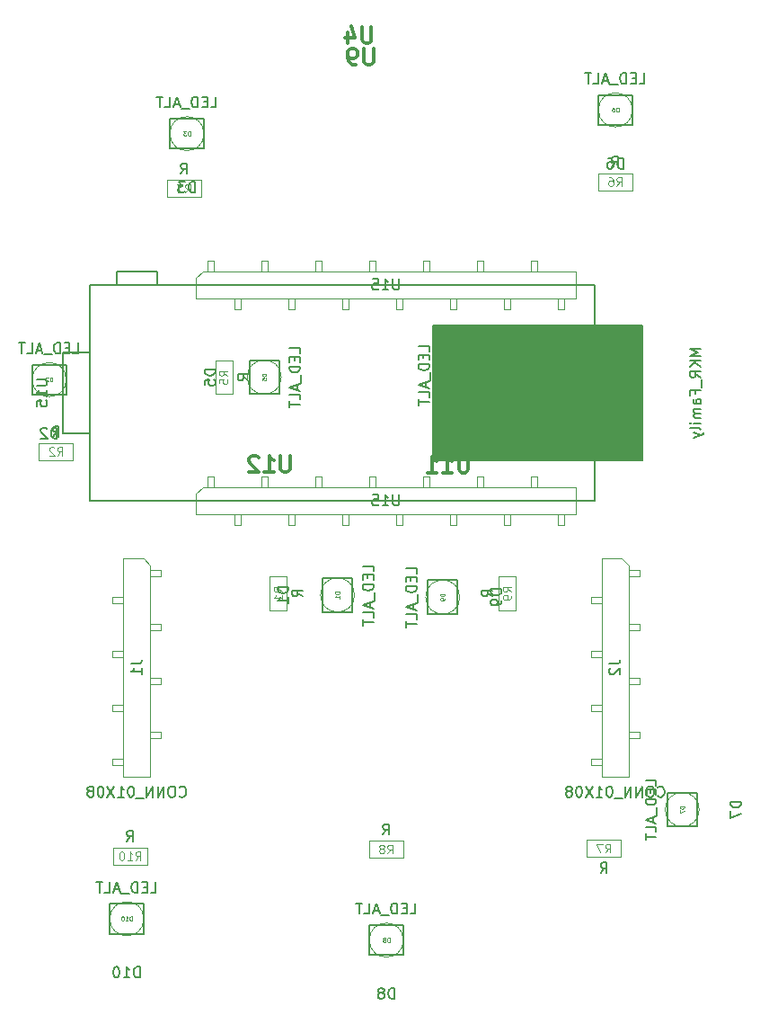
<source format=gbr>
G04 #@! TF.GenerationSoftware,KiCad,Pcbnew,(5.0.0)*
G04 #@! TF.CreationDate,2019-03-05T23:07:52-06:00*
G04 #@! TF.ProjectId,001,3030312E6B696361645F706362000000,rev?*
G04 #@! TF.SameCoordinates,Original*
G04 #@! TF.FileFunction,Other,Fab,Bot*
%FSLAX46Y46*%
G04 Gerber Fmt 4.6, Leading zero omitted, Abs format (unit mm)*
G04 Created by KiCad (PCBNEW (5.0.0)) date 03/05/19 23:07:52*
%MOMM*%
%LPD*%
G01*
G04 APERTURE LIST*
%ADD10C,0.100000*%
%ADD11C,0.150000*%
%ADD12C,0.120000*%
%ADD13C,0.304800*%
G04 APERTURE END LIST*
D10*
G04 #@! TO.C,R5*
X126480000Y-82215000D02*
X126480000Y-79015000D01*
X124880000Y-82215000D02*
X126480000Y-82215000D01*
X124880000Y-79015000D02*
X124880000Y-82215000D01*
X126480000Y-79015000D02*
X124880000Y-79015000D01*
G04 #@! TO.C,R1*
X131610000Y-99365000D02*
X130010000Y-99365000D01*
X130010000Y-99365000D02*
X130010000Y-102565000D01*
X130010000Y-102565000D02*
X131610000Y-102565000D01*
X131610000Y-102565000D02*
X131610000Y-99365000D01*
D11*
G04 #@! TO.C,D1*
X134987757Y-99531991D02*
X134987757Y-102731991D01*
X134987757Y-99531991D02*
X137787757Y-99531991D01*
X134987757Y-102731991D02*
X137787757Y-102731991D01*
X137787757Y-99531991D02*
X137787757Y-102731991D01*
D10*
X137990757Y-101132191D02*
G75*
G03X137990757Y-101132191I-1600000J0D01*
G01*
D11*
G04 #@! TO.C,D2*
X107619800Y-82251200D02*
X110819800Y-82251200D01*
X107619800Y-82251200D02*
X107619800Y-79451200D01*
X110819800Y-82251200D02*
X110819800Y-79451200D01*
X107619800Y-79451200D02*
X110819800Y-79451200D01*
D10*
X110820000Y-80848200D02*
G75*
G03X110820000Y-80848200I-1600000J0D01*
G01*
D11*
G04 #@! TO.C,D3*
X120599200Y-59086400D02*
X123799200Y-59086400D01*
X120599200Y-59086400D02*
X120599200Y-56286400D01*
X123799200Y-59086400D02*
X123799200Y-56286400D01*
X120599200Y-56286400D02*
X123799200Y-56286400D01*
D10*
X123799400Y-57683400D02*
G75*
G03X123799400Y-57683400I-1600000J0D01*
G01*
G04 #@! TO.C,D4*
X149091723Y-80407809D02*
G75*
G03X149091723Y-80407809I-1600000J0D01*
G01*
D11*
X146094723Y-82008009D02*
X146094723Y-78808009D01*
X148894723Y-78808009D02*
X146094723Y-78808009D01*
X148894723Y-82008009D02*
X146094723Y-82008009D01*
X148894723Y-82008009D02*
X148894723Y-78808009D01*
D10*
G04 #@! TO.C,D5*
X131090000Y-80615000D02*
G75*
G03X131090000Y-80615000I-1600000J0D01*
G01*
D11*
X130887000Y-79014800D02*
X130887000Y-82214800D01*
X128087000Y-82214800D02*
X130887000Y-82214800D01*
X128087000Y-79014800D02*
X130887000Y-79014800D01*
X128087000Y-79014800D02*
X128087000Y-82214800D01*
D10*
G04 #@! TO.C,D6*
X164185400Y-55448200D02*
G75*
G03X164185400Y-55448200I-1600000J0D01*
G01*
D11*
X160985200Y-54051200D02*
X164185200Y-54051200D01*
X164185200Y-56851200D02*
X164185200Y-54051200D01*
X160985200Y-56851200D02*
X160985200Y-54051200D01*
X160985200Y-56851200D02*
X164185200Y-56851200D01*
D10*
G04 #@! TO.C,D7*
X170484600Y-121335800D02*
G75*
G03X170484600Y-121335800I-1600000J0D01*
G01*
D11*
X167487600Y-122936000D02*
X167487600Y-119736000D01*
X170287600Y-119736000D02*
X167487600Y-119736000D01*
X170287600Y-122936000D02*
X167487600Y-122936000D01*
X170287600Y-122936000D02*
X170287600Y-119736000D01*
G04 #@! TO.C,D8*
X139395200Y-135032400D02*
X142595200Y-135032400D01*
X139395200Y-135032400D02*
X139395200Y-132232400D01*
X142595200Y-135032400D02*
X142595200Y-132232400D01*
X139395200Y-132232400D02*
X142595200Y-132232400D01*
D10*
X142595400Y-133629400D02*
G75*
G03X142595400Y-133629400I-1600000J0D01*
G01*
G04 #@! TO.C,J1*
X115205000Y-117140000D02*
X116205000Y-117140000D01*
X115205000Y-116540000D02*
X115205000Y-117140000D01*
X116205000Y-116540000D02*
X115205000Y-116540000D01*
X119745000Y-114600000D02*
X119745000Y-114000000D01*
X118745000Y-114600000D02*
X119745000Y-114600000D01*
X119745000Y-114000000D02*
X118745000Y-114000000D01*
X115205000Y-112060000D02*
X116205000Y-112060000D01*
X115205000Y-111460000D02*
X115205000Y-112060000D01*
X116205000Y-111460000D02*
X115205000Y-111460000D01*
X119745000Y-109520000D02*
X119745000Y-108920000D01*
X118745000Y-109520000D02*
X119745000Y-109520000D01*
X119745000Y-108920000D02*
X118745000Y-108920000D01*
X115205000Y-106980000D02*
X116205000Y-106980000D01*
X115205000Y-106380000D02*
X115205000Y-106980000D01*
X116205000Y-106380000D02*
X115205000Y-106380000D01*
X119745000Y-104440000D02*
X119745000Y-103840000D01*
X118745000Y-104440000D02*
X119745000Y-104440000D01*
X119745000Y-103840000D02*
X118745000Y-103840000D01*
X115205000Y-101900000D02*
X116205000Y-101900000D01*
X115205000Y-101300000D02*
X115205000Y-101900000D01*
X116205000Y-101300000D02*
X115205000Y-101300000D01*
X119745000Y-99360000D02*
X119745000Y-98760000D01*
X118745000Y-99360000D02*
X119745000Y-99360000D01*
X119745000Y-98760000D02*
X118745000Y-98760000D01*
X118745000Y-98325000D02*
X118110000Y-97690000D01*
X118745000Y-118210000D02*
X118745000Y-98325000D01*
X116205000Y-118210000D02*
X118745000Y-118210000D01*
X116205000Y-97690000D02*
X116205000Y-118210000D01*
X118110000Y-97690000D02*
X116205000Y-97690000D01*
G04 #@! TO.C,J2*
X163195000Y-97690000D02*
X161290000Y-97690000D01*
X161290000Y-97690000D02*
X161290000Y-118210000D01*
X161290000Y-118210000D02*
X163830000Y-118210000D01*
X163830000Y-118210000D02*
X163830000Y-98325000D01*
X163830000Y-98325000D02*
X163195000Y-97690000D01*
X164830000Y-98760000D02*
X163830000Y-98760000D01*
X163830000Y-99360000D02*
X164830000Y-99360000D01*
X164830000Y-99360000D02*
X164830000Y-98760000D01*
X161290000Y-101300000D02*
X160290000Y-101300000D01*
X160290000Y-101300000D02*
X160290000Y-101900000D01*
X160290000Y-101900000D02*
X161290000Y-101900000D01*
X164830000Y-103840000D02*
X163830000Y-103840000D01*
X163830000Y-104440000D02*
X164830000Y-104440000D01*
X164830000Y-104440000D02*
X164830000Y-103840000D01*
X161290000Y-106380000D02*
X160290000Y-106380000D01*
X160290000Y-106380000D02*
X160290000Y-106980000D01*
X160290000Y-106980000D02*
X161290000Y-106980000D01*
X164830000Y-108920000D02*
X163830000Y-108920000D01*
X163830000Y-109520000D02*
X164830000Y-109520000D01*
X164830000Y-109520000D02*
X164830000Y-108920000D01*
X161290000Y-111460000D02*
X160290000Y-111460000D01*
X160290000Y-111460000D02*
X160290000Y-112060000D01*
X160290000Y-112060000D02*
X161290000Y-112060000D01*
X164830000Y-114000000D02*
X163830000Y-114000000D01*
X163830000Y-114600000D02*
X164830000Y-114600000D01*
X164830000Y-114600000D02*
X164830000Y-114000000D01*
X161290000Y-116540000D02*
X160290000Y-116540000D01*
X160290000Y-116540000D02*
X160290000Y-117140000D01*
X160290000Y-117140000D02*
X161290000Y-117140000D01*
G04 #@! TO.C,R2*
X108255000Y-86830000D02*
X108255000Y-88430000D01*
X108255000Y-88430000D02*
X111455000Y-88430000D01*
X111455000Y-88430000D02*
X111455000Y-86830000D01*
X111455000Y-86830000D02*
X108255000Y-86830000D01*
G04 #@! TO.C,R3*
X120320000Y-62065000D02*
X120320000Y-63665000D01*
X120320000Y-63665000D02*
X123520000Y-63665000D01*
X123520000Y-63665000D02*
X123520000Y-62065000D01*
X123520000Y-62065000D02*
X120320000Y-62065000D01*
G04 #@! TO.C,R4*
X150280000Y-79015000D02*
X150280000Y-82215000D01*
X151880000Y-79015000D02*
X150280000Y-79015000D01*
X151880000Y-82215000D02*
X151880000Y-79015000D01*
X150280000Y-82215000D02*
X151880000Y-82215000D01*
G04 #@! TO.C,R6*
X164160000Y-61430000D02*
X160960000Y-61430000D01*
X164160000Y-63030000D02*
X164160000Y-61430000D01*
X160960000Y-63030000D02*
X164160000Y-63030000D01*
X160960000Y-61430000D02*
X160960000Y-63030000D01*
G04 #@! TO.C,R7*
X159893200Y-125818800D02*
X163093200Y-125818800D01*
X159893200Y-124218800D02*
X159893200Y-125818800D01*
X163093200Y-124218800D02*
X159893200Y-124218800D01*
X163093200Y-125818800D02*
X163093200Y-124218800D01*
G04 #@! TO.C,R8*
X139370000Y-124295000D02*
X139370000Y-125895000D01*
X139370000Y-125895000D02*
X142570000Y-125895000D01*
X142570000Y-125895000D02*
X142570000Y-124295000D01*
X142570000Y-124295000D02*
X139370000Y-124295000D01*
G04 #@! TO.C,U15*
X123070000Y-71295000D02*
X123070000Y-73200000D01*
X123070000Y-73200000D02*
X158830000Y-73200000D01*
X158830000Y-73200000D02*
X158830000Y-70660000D01*
X158830000Y-70660000D02*
X123705000Y-70660000D01*
X123705000Y-70660000D02*
X123070000Y-71295000D01*
X124140000Y-69660000D02*
X124140000Y-70660000D01*
X124740000Y-70660000D02*
X124740000Y-69660000D01*
X124740000Y-69660000D02*
X124140000Y-69660000D01*
X126680000Y-73200000D02*
X126680000Y-74200000D01*
X126680000Y-74200000D02*
X127280000Y-74200000D01*
X127280000Y-74200000D02*
X127280000Y-73200000D01*
X129220000Y-69660000D02*
X129220000Y-70660000D01*
X129820000Y-70660000D02*
X129820000Y-69660000D01*
X129820000Y-69660000D02*
X129220000Y-69660000D01*
X131760000Y-73200000D02*
X131760000Y-74200000D01*
X131760000Y-74200000D02*
X132360000Y-74200000D01*
X132360000Y-74200000D02*
X132360000Y-73200000D01*
X134300000Y-69660000D02*
X134300000Y-70660000D01*
X134900000Y-70660000D02*
X134900000Y-69660000D01*
X134900000Y-69660000D02*
X134300000Y-69660000D01*
X136840000Y-73200000D02*
X136840000Y-74200000D01*
X136840000Y-74200000D02*
X137440000Y-74200000D01*
X137440000Y-74200000D02*
X137440000Y-73200000D01*
X139380000Y-69660000D02*
X139380000Y-70660000D01*
X139980000Y-70660000D02*
X139980000Y-69660000D01*
X139980000Y-69660000D02*
X139380000Y-69660000D01*
X141920000Y-73200000D02*
X141920000Y-74200000D01*
X141920000Y-74200000D02*
X142520000Y-74200000D01*
X142520000Y-74200000D02*
X142520000Y-73200000D01*
X144460000Y-69660000D02*
X144460000Y-70660000D01*
X145060000Y-70660000D02*
X145060000Y-69660000D01*
X145060000Y-69660000D02*
X144460000Y-69660000D01*
X147000000Y-73200000D02*
X147000000Y-74200000D01*
X147000000Y-74200000D02*
X147600000Y-74200000D01*
X147600000Y-74200000D02*
X147600000Y-73200000D01*
X149540000Y-69660000D02*
X149540000Y-70660000D01*
X150140000Y-70660000D02*
X150140000Y-69660000D01*
X150140000Y-69660000D02*
X149540000Y-69660000D01*
X152080000Y-73200000D02*
X152080000Y-74200000D01*
X152080000Y-74200000D02*
X152680000Y-74200000D01*
X152680000Y-74200000D02*
X152680000Y-73200000D01*
X154620000Y-69660000D02*
X154620000Y-70660000D01*
X155220000Y-70660000D02*
X155220000Y-69660000D01*
X155220000Y-69660000D02*
X154620000Y-69660000D01*
X157160000Y-73200000D02*
X157160000Y-74200000D01*
X157160000Y-74200000D02*
X157760000Y-74200000D01*
X157760000Y-74200000D02*
X157760000Y-73200000D01*
X155220000Y-90980000D02*
X155220000Y-89980000D01*
X126680000Y-93520000D02*
X126680000Y-94520000D01*
X124740000Y-89980000D02*
X124140000Y-89980000D01*
X124740000Y-90980000D02*
X124740000Y-89980000D01*
X141920000Y-94520000D02*
X142520000Y-94520000D01*
X141920000Y-93520000D02*
X141920000Y-94520000D01*
X139980000Y-89980000D02*
X139380000Y-89980000D01*
X139980000Y-90980000D02*
X139980000Y-89980000D01*
X139380000Y-89980000D02*
X139380000Y-90980000D01*
X137440000Y-94520000D02*
X137440000Y-93520000D01*
X136840000Y-94520000D02*
X137440000Y-94520000D01*
X136840000Y-93520000D02*
X136840000Y-94520000D01*
X134900000Y-89980000D02*
X134300000Y-89980000D01*
X134900000Y-90980000D02*
X134900000Y-89980000D01*
X134300000Y-89980000D02*
X134300000Y-90980000D01*
X157160000Y-93520000D02*
X157160000Y-94520000D01*
X157160000Y-94520000D02*
X157760000Y-94520000D01*
X152680000Y-94520000D02*
X152680000Y-93520000D01*
X145060000Y-90980000D02*
X145060000Y-89980000D01*
X150140000Y-90980000D02*
X150140000Y-89980000D01*
X147600000Y-94520000D02*
X147600000Y-93520000D01*
X142520000Y-94520000D02*
X142520000Y-93520000D01*
X147000000Y-94520000D02*
X147600000Y-94520000D01*
X154620000Y-89980000D02*
X154620000Y-90980000D01*
X149540000Y-89980000D02*
X149540000Y-90980000D01*
X145060000Y-89980000D02*
X144460000Y-89980000D01*
X147000000Y-93520000D02*
X147000000Y-94520000D01*
X150140000Y-89980000D02*
X149540000Y-89980000D01*
X144460000Y-89980000D02*
X144460000Y-90980000D01*
X155220000Y-89980000D02*
X154620000Y-89980000D01*
X152080000Y-93520000D02*
X152080000Y-94520000D01*
X152080000Y-94520000D02*
X152680000Y-94520000D01*
X132360000Y-94520000D02*
X132360000Y-93520000D01*
X131760000Y-94520000D02*
X132360000Y-94520000D01*
X131760000Y-93520000D02*
X131760000Y-94520000D01*
X129820000Y-89980000D02*
X129220000Y-89980000D01*
X129820000Y-90980000D02*
X129820000Y-89980000D01*
X129220000Y-89980000D02*
X129220000Y-90980000D01*
X127280000Y-94520000D02*
X127280000Y-93520000D01*
X126680000Y-94520000D02*
X127280000Y-94520000D01*
X157760000Y-94520000D02*
X157760000Y-93520000D01*
X124140000Y-89980000D02*
X124140000Y-90980000D01*
X123705000Y-90980000D02*
X123070000Y-91615000D01*
X158830000Y-90980000D02*
X123705000Y-90980000D01*
X158830000Y-93520000D02*
X158830000Y-90980000D01*
X123070000Y-93520000D02*
X158830000Y-93520000D01*
X123070000Y-91615000D02*
X123070000Y-93520000D01*
D11*
X116820000Y-71930000D02*
X160635000Y-71930000D01*
X160635000Y-71930000D02*
X160635000Y-92250000D01*
X160635000Y-92250000D02*
X116820000Y-92250000D01*
X116820000Y-71930000D02*
X113010000Y-71930000D01*
X113010000Y-71930000D02*
X113010000Y-92250000D01*
X113010000Y-92250000D02*
X116820000Y-92250000D01*
X165080000Y-75740000D02*
X165080000Y-88440000D01*
X165080000Y-88440000D02*
X145395000Y-88440000D01*
X145395000Y-88440000D02*
X145395000Y-75740000D01*
X145395000Y-75740000D02*
X165080000Y-75740000D01*
X119360000Y-71930000D02*
X119360000Y-70660000D01*
X119360000Y-70660000D02*
X115550000Y-70660000D01*
X115550000Y-70660000D02*
X115550000Y-71930000D01*
X113010000Y-78280000D02*
X110470000Y-78280000D01*
X110470000Y-78280000D02*
X110470000Y-85900000D01*
X110470000Y-85900000D02*
X113010000Y-85900000D01*
D10*
G36*
X165080000Y-88440000D02*
X165080000Y-75740000D01*
X145395000Y-75740000D01*
X145395000Y-88440000D01*
X165080000Y-88440000D01*
G37*
X165080000Y-88440000D02*
X165080000Y-75740000D01*
X145395000Y-75740000D01*
X145395000Y-88440000D01*
X165080000Y-88440000D01*
D11*
G04 #@! TO.C,D9*
X147707999Y-102925200D02*
X147707999Y-99725200D01*
X147707999Y-102925200D02*
X144907999Y-102925200D01*
X147707999Y-99725200D02*
X144907999Y-99725200D01*
X144907999Y-102925200D02*
X144907999Y-99725200D01*
D10*
X147904999Y-101325000D02*
G75*
G03X147904999Y-101325000I-1600000J0D01*
G01*
G04 #@! TO.C,D10*
X118135200Y-131622800D02*
G75*
G03X118135200Y-131622800I-1600000J0D01*
G01*
D11*
X114935000Y-130225800D02*
X118135000Y-130225800D01*
X118135000Y-133025800D02*
X118135000Y-130225800D01*
X114935000Y-133025800D02*
X114935000Y-130225800D01*
X114935000Y-133025800D02*
X118135000Y-133025800D01*
D10*
G04 #@! TO.C,R9*
X151600000Y-99365000D02*
X151600000Y-102565000D01*
X153200000Y-99365000D02*
X151600000Y-99365000D01*
X153200000Y-102565000D02*
X153200000Y-99365000D01*
X151600000Y-102565000D02*
X153200000Y-102565000D01*
G04 #@! TO.C,R10*
X115240000Y-124930000D02*
X115240000Y-126530000D01*
X115240000Y-126530000D02*
X118440000Y-126530000D01*
X118440000Y-126530000D02*
X118440000Y-124930000D01*
X118440000Y-124930000D02*
X115240000Y-124930000D01*
G04 #@! TD*
G04 #@! TO.C,R5*
D11*
X127982380Y-80924523D02*
X127506190Y-80591190D01*
X127982380Y-80353095D02*
X126982380Y-80353095D01*
X126982380Y-80734047D01*
X127030000Y-80829285D01*
X127077619Y-80876904D01*
X127172857Y-80924523D01*
X127315714Y-80924523D01*
X127410952Y-80876904D01*
X127458571Y-80829285D01*
X127506190Y-80734047D01*
X127506190Y-80353095D01*
D12*
X126041904Y-80481666D02*
X125660952Y-80215000D01*
X126041904Y-80024523D02*
X125241904Y-80024523D01*
X125241904Y-80329285D01*
X125280000Y-80405476D01*
X125318095Y-80443571D01*
X125394285Y-80481666D01*
X125508571Y-80481666D01*
X125584761Y-80443571D01*
X125622857Y-80405476D01*
X125660952Y-80329285D01*
X125660952Y-80024523D01*
X125241904Y-81205476D02*
X125241904Y-80824523D01*
X125622857Y-80786428D01*
X125584761Y-80824523D01*
X125546666Y-80900714D01*
X125546666Y-81091190D01*
X125584761Y-81167380D01*
X125622857Y-81205476D01*
X125699047Y-81243571D01*
X125889523Y-81243571D01*
X125965714Y-81205476D01*
X126003809Y-81167380D01*
X126041904Y-81091190D01*
X126041904Y-80900714D01*
X126003809Y-80824523D01*
X125965714Y-80786428D01*
G04 #@! TO.C,R1*
D11*
X133112380Y-101274523D02*
X132636190Y-100941190D01*
X133112380Y-100703095D02*
X132112380Y-100703095D01*
X132112380Y-101084047D01*
X132160000Y-101179285D01*
X132207619Y-101226904D01*
X132302857Y-101274523D01*
X132445714Y-101274523D01*
X132540952Y-101226904D01*
X132588571Y-101179285D01*
X132636190Y-101084047D01*
X132636190Y-100703095D01*
D12*
X131171904Y-100831666D02*
X130790952Y-100565000D01*
X131171904Y-100374523D02*
X130371904Y-100374523D01*
X130371904Y-100679285D01*
X130410000Y-100755476D01*
X130448095Y-100793571D01*
X130524285Y-100831666D01*
X130638571Y-100831666D01*
X130714761Y-100793571D01*
X130752857Y-100755476D01*
X130790952Y-100679285D01*
X130790952Y-100374523D01*
X131171904Y-101593571D02*
X131171904Y-101136428D01*
X131171904Y-101365000D02*
X130371904Y-101365000D01*
X130486190Y-101288809D01*
X130562380Y-101212619D01*
X130600476Y-101136428D01*
G04 #@! TO.C,D1*
D11*
X131763137Y-100394095D02*
X130763137Y-100394095D01*
X130763137Y-100632191D01*
X130810757Y-100775048D01*
X130905995Y-100870286D01*
X131001233Y-100917905D01*
X131191709Y-100965524D01*
X131334566Y-100965524D01*
X131525042Y-100917905D01*
X131620280Y-100870286D01*
X131715518Y-100775048D01*
X131763137Y-100632191D01*
X131763137Y-100394095D01*
X131763137Y-101917905D02*
X131763137Y-101346476D01*
X131763137Y-101632191D02*
X130763137Y-101632191D01*
X130905995Y-101536952D01*
X131001233Y-101441714D01*
X131048852Y-101346476D01*
X139764137Y-98894095D02*
X139764137Y-98417905D01*
X138764137Y-98417905D01*
X139240328Y-99227429D02*
X139240328Y-99560762D01*
X139764137Y-99703619D02*
X139764137Y-99227429D01*
X138764137Y-99227429D01*
X138764137Y-99703619D01*
X139764137Y-100132191D02*
X138764137Y-100132191D01*
X138764137Y-100370286D01*
X138811757Y-100513143D01*
X138906995Y-100608381D01*
X139002233Y-100656000D01*
X139192709Y-100703619D01*
X139335566Y-100703619D01*
X139526042Y-100656000D01*
X139621280Y-100608381D01*
X139716518Y-100513143D01*
X139764137Y-100370286D01*
X139764137Y-100132191D01*
X139859376Y-100894095D02*
X139859376Y-101656000D01*
X139478423Y-101846476D02*
X139478423Y-102322667D01*
X139764137Y-101751238D02*
X138764137Y-102084571D01*
X139764137Y-102417905D01*
X139764137Y-103227429D02*
X139764137Y-102751238D01*
X138764137Y-102751238D01*
X138764137Y-103417905D02*
X138764137Y-103989333D01*
X139764137Y-103703619D02*
X138764137Y-103703619D01*
D10*
X136571709Y-100836952D02*
X136171709Y-100836952D01*
X136171709Y-100932191D01*
X136190757Y-100989333D01*
X136228852Y-101027429D01*
X136266947Y-101046476D01*
X136343137Y-101065524D01*
X136400280Y-101065524D01*
X136476471Y-101046476D01*
X136514566Y-101027429D01*
X136552661Y-100989333D01*
X136571709Y-100932191D01*
X136571709Y-100836952D01*
X136571709Y-101446476D02*
X136571709Y-101217905D01*
X136571709Y-101332191D02*
X136171709Y-101332191D01*
X136228852Y-101294095D01*
X136266947Y-101256000D01*
X136285995Y-101217905D01*
G04 #@! TO.C,D2*
D11*
X109958095Y-86380580D02*
X109958095Y-85380580D01*
X109720000Y-85380580D01*
X109577142Y-85428200D01*
X109481904Y-85523438D01*
X109434285Y-85618676D01*
X109386666Y-85809152D01*
X109386666Y-85952009D01*
X109434285Y-86142485D01*
X109481904Y-86237723D01*
X109577142Y-86332961D01*
X109720000Y-86380580D01*
X109958095Y-86380580D01*
X109005714Y-85475819D02*
X108958095Y-85428200D01*
X108862857Y-85380580D01*
X108624761Y-85380580D01*
X108529523Y-85428200D01*
X108481904Y-85475819D01*
X108434285Y-85571057D01*
X108434285Y-85666295D01*
X108481904Y-85809152D01*
X109053333Y-86380580D01*
X108434285Y-86380580D01*
X111458095Y-78379580D02*
X111934285Y-78379580D01*
X111934285Y-77379580D01*
X111124761Y-77855771D02*
X110791428Y-77855771D01*
X110648571Y-78379580D02*
X111124761Y-78379580D01*
X111124761Y-77379580D01*
X110648571Y-77379580D01*
X110220000Y-78379580D02*
X110220000Y-77379580D01*
X109981904Y-77379580D01*
X109839047Y-77427200D01*
X109743809Y-77522438D01*
X109696190Y-77617676D01*
X109648571Y-77808152D01*
X109648571Y-77951009D01*
X109696190Y-78141485D01*
X109743809Y-78236723D01*
X109839047Y-78331961D01*
X109981904Y-78379580D01*
X110220000Y-78379580D01*
X109458095Y-78474819D02*
X108696190Y-78474819D01*
X108505714Y-78093866D02*
X108029523Y-78093866D01*
X108600952Y-78379580D02*
X108267619Y-77379580D01*
X107934285Y-78379580D01*
X107124761Y-78379580D02*
X107600952Y-78379580D01*
X107600952Y-77379580D01*
X106934285Y-77379580D02*
X106362857Y-77379580D01*
X106648571Y-78379580D02*
X106648571Y-77379580D01*
D10*
X109515238Y-81029152D02*
X109515238Y-80629152D01*
X109420000Y-80629152D01*
X109362857Y-80648200D01*
X109324761Y-80686295D01*
X109305714Y-80724390D01*
X109286666Y-80800580D01*
X109286666Y-80857723D01*
X109305714Y-80933914D01*
X109324761Y-80972009D01*
X109362857Y-81010104D01*
X109420000Y-81029152D01*
X109515238Y-81029152D01*
X109134285Y-80667247D02*
X109115238Y-80648200D01*
X109077142Y-80629152D01*
X108981904Y-80629152D01*
X108943809Y-80648200D01*
X108924761Y-80667247D01*
X108905714Y-80705342D01*
X108905714Y-80743438D01*
X108924761Y-80800580D01*
X109153333Y-81029152D01*
X108905714Y-81029152D01*
G04 #@! TO.C,D3*
D11*
X122937495Y-63215780D02*
X122937495Y-62215780D01*
X122699400Y-62215780D01*
X122556542Y-62263400D01*
X122461304Y-62358638D01*
X122413685Y-62453876D01*
X122366066Y-62644352D01*
X122366066Y-62787209D01*
X122413685Y-62977685D01*
X122461304Y-63072923D01*
X122556542Y-63168161D01*
X122699400Y-63215780D01*
X122937495Y-63215780D01*
X122032733Y-62215780D02*
X121413685Y-62215780D01*
X121747019Y-62596733D01*
X121604161Y-62596733D01*
X121508923Y-62644352D01*
X121461304Y-62691971D01*
X121413685Y-62787209D01*
X121413685Y-63025304D01*
X121461304Y-63120542D01*
X121508923Y-63168161D01*
X121604161Y-63215780D01*
X121889876Y-63215780D01*
X121985114Y-63168161D01*
X122032733Y-63120542D01*
X124437495Y-55214780D02*
X124913685Y-55214780D01*
X124913685Y-54214780D01*
X124104161Y-54690971D02*
X123770828Y-54690971D01*
X123627971Y-55214780D02*
X124104161Y-55214780D01*
X124104161Y-54214780D01*
X123627971Y-54214780D01*
X123199400Y-55214780D02*
X123199400Y-54214780D01*
X122961304Y-54214780D01*
X122818447Y-54262400D01*
X122723209Y-54357638D01*
X122675590Y-54452876D01*
X122627971Y-54643352D01*
X122627971Y-54786209D01*
X122675590Y-54976685D01*
X122723209Y-55071923D01*
X122818447Y-55167161D01*
X122961304Y-55214780D01*
X123199400Y-55214780D01*
X122437495Y-55310019D02*
X121675590Y-55310019D01*
X121485114Y-54929066D02*
X121008923Y-54929066D01*
X121580352Y-55214780D02*
X121247019Y-54214780D01*
X120913685Y-55214780D01*
X120104161Y-55214780D02*
X120580352Y-55214780D01*
X120580352Y-54214780D01*
X119913685Y-54214780D02*
X119342257Y-54214780D01*
X119627971Y-55214780D02*
X119627971Y-54214780D01*
D10*
X122494638Y-57864352D02*
X122494638Y-57464352D01*
X122399400Y-57464352D01*
X122342257Y-57483400D01*
X122304161Y-57521495D01*
X122285114Y-57559590D01*
X122266066Y-57635780D01*
X122266066Y-57692923D01*
X122285114Y-57769114D01*
X122304161Y-57807209D01*
X122342257Y-57845304D01*
X122399400Y-57864352D01*
X122494638Y-57864352D01*
X122132733Y-57464352D02*
X121885114Y-57464352D01*
X122018447Y-57616733D01*
X121961304Y-57616733D01*
X121923209Y-57635780D01*
X121904161Y-57654828D01*
X121885114Y-57692923D01*
X121885114Y-57788161D01*
X121904161Y-57826257D01*
X121923209Y-57845304D01*
X121961304Y-57864352D01*
X122075590Y-57864352D01*
X122113685Y-57845304D01*
X122132733Y-57826257D01*
G04 #@! TO.C,D4*
D11*
X153024103Y-79669713D02*
X152024103Y-79669713D01*
X152024103Y-79907809D01*
X152071723Y-80050666D01*
X152166961Y-80145904D01*
X152262199Y-80193523D01*
X152452675Y-80241142D01*
X152595532Y-80241142D01*
X152786008Y-80193523D01*
X152881246Y-80145904D01*
X152976484Y-80050666D01*
X153024103Y-79907809D01*
X153024103Y-79669713D01*
X152357437Y-81098285D02*
X153024103Y-81098285D01*
X151976484Y-80860189D02*
X152690770Y-80622094D01*
X152690770Y-81241142D01*
X145023103Y-78169713D02*
X145023103Y-77693523D01*
X144023103Y-77693523D01*
X144499294Y-78503047D02*
X144499294Y-78836380D01*
X145023103Y-78979237D02*
X145023103Y-78503047D01*
X144023103Y-78503047D01*
X144023103Y-78979237D01*
X145023103Y-79407809D02*
X144023103Y-79407809D01*
X144023103Y-79645904D01*
X144070723Y-79788761D01*
X144165961Y-79883999D01*
X144261199Y-79931618D01*
X144451675Y-79979237D01*
X144594532Y-79979237D01*
X144785008Y-79931618D01*
X144880246Y-79883999D01*
X144975484Y-79788761D01*
X145023103Y-79645904D01*
X145023103Y-79407809D01*
X145118342Y-80169713D02*
X145118342Y-80931618D01*
X144737389Y-81122094D02*
X144737389Y-81598285D01*
X145023103Y-81026856D02*
X144023103Y-81360189D01*
X145023103Y-81693523D01*
X145023103Y-82503047D02*
X145023103Y-82026856D01*
X144023103Y-82026856D01*
X144023103Y-82693523D02*
X144023103Y-83264951D01*
X145023103Y-82979237D02*
X144023103Y-82979237D01*
D10*
X147672675Y-80112570D02*
X147272675Y-80112570D01*
X147272675Y-80207809D01*
X147291723Y-80264951D01*
X147329818Y-80303047D01*
X147367913Y-80322094D01*
X147444103Y-80341142D01*
X147501246Y-80341142D01*
X147577437Y-80322094D01*
X147615532Y-80303047D01*
X147653627Y-80264951D01*
X147672675Y-80207809D01*
X147672675Y-80112570D01*
X147406008Y-80683999D02*
X147672675Y-80683999D01*
X147253627Y-80588761D02*
X147539342Y-80493523D01*
X147539342Y-80741142D01*
G04 #@! TO.C,D5*
D11*
X124862380Y-79876904D02*
X123862380Y-79876904D01*
X123862380Y-80115000D01*
X123910000Y-80257857D01*
X124005238Y-80353095D01*
X124100476Y-80400714D01*
X124290952Y-80448333D01*
X124433809Y-80448333D01*
X124624285Y-80400714D01*
X124719523Y-80353095D01*
X124814761Y-80257857D01*
X124862380Y-80115000D01*
X124862380Y-79876904D01*
X123862380Y-81353095D02*
X123862380Y-80876904D01*
X124338571Y-80829285D01*
X124290952Y-80876904D01*
X124243333Y-80972142D01*
X124243333Y-81210238D01*
X124290952Y-81305476D01*
X124338571Y-81353095D01*
X124433809Y-81400714D01*
X124671904Y-81400714D01*
X124767142Y-81353095D01*
X124814761Y-81305476D01*
X124862380Y-81210238D01*
X124862380Y-80972142D01*
X124814761Y-80876904D01*
X124767142Y-80829285D01*
X132863380Y-78376904D02*
X132863380Y-77900714D01*
X131863380Y-77900714D01*
X132339571Y-78710238D02*
X132339571Y-79043571D01*
X132863380Y-79186428D02*
X132863380Y-78710238D01*
X131863380Y-78710238D01*
X131863380Y-79186428D01*
X132863380Y-79615000D02*
X131863380Y-79615000D01*
X131863380Y-79853095D01*
X131911000Y-79995952D01*
X132006238Y-80091190D01*
X132101476Y-80138809D01*
X132291952Y-80186428D01*
X132434809Y-80186428D01*
X132625285Y-80138809D01*
X132720523Y-80091190D01*
X132815761Y-79995952D01*
X132863380Y-79853095D01*
X132863380Y-79615000D01*
X132958619Y-80376904D02*
X132958619Y-81138809D01*
X132577666Y-81329285D02*
X132577666Y-81805476D01*
X132863380Y-81234047D02*
X131863380Y-81567380D01*
X132863380Y-81900714D01*
X132863380Y-82710238D02*
X132863380Y-82234047D01*
X131863380Y-82234047D01*
X131863380Y-82900714D02*
X131863380Y-83472142D01*
X132863380Y-83186428D02*
X131863380Y-83186428D01*
D10*
X129670952Y-80319761D02*
X129270952Y-80319761D01*
X129270952Y-80415000D01*
X129290000Y-80472142D01*
X129328095Y-80510238D01*
X129366190Y-80529285D01*
X129442380Y-80548333D01*
X129499523Y-80548333D01*
X129575714Y-80529285D01*
X129613809Y-80510238D01*
X129651904Y-80472142D01*
X129670952Y-80415000D01*
X129670952Y-80319761D01*
X129270952Y-80910238D02*
X129270952Y-80719761D01*
X129461428Y-80700714D01*
X129442380Y-80719761D01*
X129423333Y-80757857D01*
X129423333Y-80853095D01*
X129442380Y-80891190D01*
X129461428Y-80910238D01*
X129499523Y-80929285D01*
X129594761Y-80929285D01*
X129632857Y-80910238D01*
X129651904Y-80891190D01*
X129670952Y-80853095D01*
X129670952Y-80757857D01*
X129651904Y-80719761D01*
X129632857Y-80700714D01*
G04 #@! TO.C,D6*
D11*
X163323495Y-60980580D02*
X163323495Y-59980580D01*
X163085400Y-59980580D01*
X162942542Y-60028200D01*
X162847304Y-60123438D01*
X162799685Y-60218676D01*
X162752066Y-60409152D01*
X162752066Y-60552009D01*
X162799685Y-60742485D01*
X162847304Y-60837723D01*
X162942542Y-60932961D01*
X163085400Y-60980580D01*
X163323495Y-60980580D01*
X161894923Y-59980580D02*
X162085400Y-59980580D01*
X162180638Y-60028200D01*
X162228257Y-60075819D01*
X162323495Y-60218676D01*
X162371114Y-60409152D01*
X162371114Y-60790104D01*
X162323495Y-60885342D01*
X162275876Y-60932961D01*
X162180638Y-60980580D01*
X161990161Y-60980580D01*
X161894923Y-60932961D01*
X161847304Y-60885342D01*
X161799685Y-60790104D01*
X161799685Y-60552009D01*
X161847304Y-60456771D01*
X161894923Y-60409152D01*
X161990161Y-60361533D01*
X162180638Y-60361533D01*
X162275876Y-60409152D01*
X162323495Y-60456771D01*
X162371114Y-60552009D01*
X164823495Y-52979580D02*
X165299685Y-52979580D01*
X165299685Y-51979580D01*
X164490161Y-52455771D02*
X164156828Y-52455771D01*
X164013971Y-52979580D02*
X164490161Y-52979580D01*
X164490161Y-51979580D01*
X164013971Y-51979580D01*
X163585400Y-52979580D02*
X163585400Y-51979580D01*
X163347304Y-51979580D01*
X163204447Y-52027200D01*
X163109209Y-52122438D01*
X163061590Y-52217676D01*
X163013971Y-52408152D01*
X163013971Y-52551009D01*
X163061590Y-52741485D01*
X163109209Y-52836723D01*
X163204447Y-52931961D01*
X163347304Y-52979580D01*
X163585400Y-52979580D01*
X162823495Y-53074819D02*
X162061590Y-53074819D01*
X161871114Y-52693866D02*
X161394923Y-52693866D01*
X161966352Y-52979580D02*
X161633019Y-51979580D01*
X161299685Y-52979580D01*
X160490161Y-52979580D02*
X160966352Y-52979580D01*
X160966352Y-51979580D01*
X160299685Y-51979580D02*
X159728257Y-51979580D01*
X160013971Y-52979580D02*
X160013971Y-51979580D01*
D10*
X162880638Y-55629152D02*
X162880638Y-55229152D01*
X162785400Y-55229152D01*
X162728257Y-55248200D01*
X162690161Y-55286295D01*
X162671114Y-55324390D01*
X162652066Y-55400580D01*
X162652066Y-55457723D01*
X162671114Y-55533914D01*
X162690161Y-55572009D01*
X162728257Y-55610104D01*
X162785400Y-55629152D01*
X162880638Y-55629152D01*
X162309209Y-55229152D02*
X162385400Y-55229152D01*
X162423495Y-55248200D01*
X162442542Y-55267247D01*
X162480638Y-55324390D01*
X162499685Y-55400580D01*
X162499685Y-55552961D01*
X162480638Y-55591057D01*
X162461590Y-55610104D01*
X162423495Y-55629152D01*
X162347304Y-55629152D01*
X162309209Y-55610104D01*
X162290161Y-55591057D01*
X162271114Y-55552961D01*
X162271114Y-55457723D01*
X162290161Y-55419628D01*
X162309209Y-55400580D01*
X162347304Y-55381533D01*
X162423495Y-55381533D01*
X162461590Y-55400580D01*
X162480638Y-55419628D01*
X162499685Y-55457723D01*
G04 #@! TO.C,D7*
D11*
X174416980Y-120597704D02*
X173416980Y-120597704D01*
X173416980Y-120835800D01*
X173464600Y-120978657D01*
X173559838Y-121073895D01*
X173655076Y-121121514D01*
X173845552Y-121169133D01*
X173988409Y-121169133D01*
X174178885Y-121121514D01*
X174274123Y-121073895D01*
X174369361Y-120978657D01*
X174416980Y-120835800D01*
X174416980Y-120597704D01*
X173416980Y-121502466D02*
X173416980Y-122169133D01*
X174416980Y-121740561D01*
X166415980Y-119097704D02*
X166415980Y-118621514D01*
X165415980Y-118621514D01*
X165892171Y-119431038D02*
X165892171Y-119764371D01*
X166415980Y-119907228D02*
X166415980Y-119431038D01*
X165415980Y-119431038D01*
X165415980Y-119907228D01*
X166415980Y-120335800D02*
X165415980Y-120335800D01*
X165415980Y-120573895D01*
X165463600Y-120716752D01*
X165558838Y-120811990D01*
X165654076Y-120859609D01*
X165844552Y-120907228D01*
X165987409Y-120907228D01*
X166177885Y-120859609D01*
X166273123Y-120811990D01*
X166368361Y-120716752D01*
X166415980Y-120573895D01*
X166415980Y-120335800D01*
X166511219Y-121097704D02*
X166511219Y-121859609D01*
X166130266Y-122050085D02*
X166130266Y-122526276D01*
X166415980Y-121954847D02*
X165415980Y-122288180D01*
X166415980Y-122621514D01*
X166415980Y-123431038D02*
X166415980Y-122954847D01*
X165415980Y-122954847D01*
X165415980Y-123621514D02*
X165415980Y-124192942D01*
X166415980Y-123907228D02*
X165415980Y-123907228D01*
D10*
X169065552Y-121040561D02*
X168665552Y-121040561D01*
X168665552Y-121135800D01*
X168684600Y-121192942D01*
X168722695Y-121231038D01*
X168760790Y-121250085D01*
X168836980Y-121269133D01*
X168894123Y-121269133D01*
X168970314Y-121250085D01*
X169008409Y-121231038D01*
X169046504Y-121192942D01*
X169065552Y-121135800D01*
X169065552Y-121040561D01*
X168665552Y-121402466D02*
X168665552Y-121669133D01*
X169065552Y-121497704D01*
G04 #@! TO.C,D8*
D11*
X141733495Y-139161780D02*
X141733495Y-138161780D01*
X141495400Y-138161780D01*
X141352542Y-138209400D01*
X141257304Y-138304638D01*
X141209685Y-138399876D01*
X141162066Y-138590352D01*
X141162066Y-138733209D01*
X141209685Y-138923685D01*
X141257304Y-139018923D01*
X141352542Y-139114161D01*
X141495400Y-139161780D01*
X141733495Y-139161780D01*
X140590638Y-138590352D02*
X140685876Y-138542733D01*
X140733495Y-138495114D01*
X140781114Y-138399876D01*
X140781114Y-138352257D01*
X140733495Y-138257019D01*
X140685876Y-138209400D01*
X140590638Y-138161780D01*
X140400161Y-138161780D01*
X140304923Y-138209400D01*
X140257304Y-138257019D01*
X140209685Y-138352257D01*
X140209685Y-138399876D01*
X140257304Y-138495114D01*
X140304923Y-138542733D01*
X140400161Y-138590352D01*
X140590638Y-138590352D01*
X140685876Y-138637971D01*
X140733495Y-138685590D01*
X140781114Y-138780828D01*
X140781114Y-138971304D01*
X140733495Y-139066542D01*
X140685876Y-139114161D01*
X140590638Y-139161780D01*
X140400161Y-139161780D01*
X140304923Y-139114161D01*
X140257304Y-139066542D01*
X140209685Y-138971304D01*
X140209685Y-138780828D01*
X140257304Y-138685590D01*
X140304923Y-138637971D01*
X140400161Y-138590352D01*
X143233495Y-131160780D02*
X143709685Y-131160780D01*
X143709685Y-130160780D01*
X142900161Y-130636971D02*
X142566828Y-130636971D01*
X142423971Y-131160780D02*
X142900161Y-131160780D01*
X142900161Y-130160780D01*
X142423971Y-130160780D01*
X141995400Y-131160780D02*
X141995400Y-130160780D01*
X141757304Y-130160780D01*
X141614447Y-130208400D01*
X141519209Y-130303638D01*
X141471590Y-130398876D01*
X141423971Y-130589352D01*
X141423971Y-130732209D01*
X141471590Y-130922685D01*
X141519209Y-131017923D01*
X141614447Y-131113161D01*
X141757304Y-131160780D01*
X141995400Y-131160780D01*
X141233495Y-131256019D02*
X140471590Y-131256019D01*
X140281114Y-130875066D02*
X139804923Y-130875066D01*
X140376352Y-131160780D02*
X140043019Y-130160780D01*
X139709685Y-131160780D01*
X138900161Y-131160780D02*
X139376352Y-131160780D01*
X139376352Y-130160780D01*
X138709685Y-130160780D02*
X138138257Y-130160780D01*
X138423971Y-131160780D02*
X138423971Y-130160780D01*
D10*
X141290638Y-133810352D02*
X141290638Y-133410352D01*
X141195400Y-133410352D01*
X141138257Y-133429400D01*
X141100161Y-133467495D01*
X141081114Y-133505590D01*
X141062066Y-133581780D01*
X141062066Y-133638923D01*
X141081114Y-133715114D01*
X141100161Y-133753209D01*
X141138257Y-133791304D01*
X141195400Y-133810352D01*
X141290638Y-133810352D01*
X140833495Y-133581780D02*
X140871590Y-133562733D01*
X140890638Y-133543685D01*
X140909685Y-133505590D01*
X140909685Y-133486542D01*
X140890638Y-133448447D01*
X140871590Y-133429400D01*
X140833495Y-133410352D01*
X140757304Y-133410352D01*
X140719209Y-133429400D01*
X140700161Y-133448447D01*
X140681114Y-133486542D01*
X140681114Y-133505590D01*
X140700161Y-133543685D01*
X140719209Y-133562733D01*
X140757304Y-133581780D01*
X140833495Y-133581780D01*
X140871590Y-133600828D01*
X140890638Y-133619876D01*
X140909685Y-133657971D01*
X140909685Y-133734161D01*
X140890638Y-133772257D01*
X140871590Y-133791304D01*
X140833495Y-133810352D01*
X140757304Y-133810352D01*
X140719209Y-133791304D01*
X140700161Y-133772257D01*
X140681114Y-133734161D01*
X140681114Y-133657971D01*
X140700161Y-133619876D01*
X140719209Y-133600828D01*
X140757304Y-133581780D01*
G04 #@! TO.C,J1*
D11*
X121498809Y-120067142D02*
X121546428Y-120114761D01*
X121689285Y-120162380D01*
X121784523Y-120162380D01*
X121927380Y-120114761D01*
X122022619Y-120019523D01*
X122070238Y-119924285D01*
X122117857Y-119733809D01*
X122117857Y-119590952D01*
X122070238Y-119400476D01*
X122022619Y-119305238D01*
X121927380Y-119210000D01*
X121784523Y-119162380D01*
X121689285Y-119162380D01*
X121546428Y-119210000D01*
X121498809Y-119257619D01*
X120879761Y-119162380D02*
X120689285Y-119162380D01*
X120594047Y-119210000D01*
X120498809Y-119305238D01*
X120451190Y-119495714D01*
X120451190Y-119829047D01*
X120498809Y-120019523D01*
X120594047Y-120114761D01*
X120689285Y-120162380D01*
X120879761Y-120162380D01*
X120975000Y-120114761D01*
X121070238Y-120019523D01*
X121117857Y-119829047D01*
X121117857Y-119495714D01*
X121070238Y-119305238D01*
X120975000Y-119210000D01*
X120879761Y-119162380D01*
X120022619Y-120162380D02*
X120022619Y-119162380D01*
X119451190Y-120162380D01*
X119451190Y-119162380D01*
X118975000Y-120162380D02*
X118975000Y-119162380D01*
X118403571Y-120162380D01*
X118403571Y-119162380D01*
X118165476Y-120257619D02*
X117403571Y-120257619D01*
X116975000Y-119162380D02*
X116879761Y-119162380D01*
X116784523Y-119210000D01*
X116736904Y-119257619D01*
X116689285Y-119352857D01*
X116641666Y-119543333D01*
X116641666Y-119781428D01*
X116689285Y-119971904D01*
X116736904Y-120067142D01*
X116784523Y-120114761D01*
X116879761Y-120162380D01*
X116975000Y-120162380D01*
X117070238Y-120114761D01*
X117117857Y-120067142D01*
X117165476Y-119971904D01*
X117213095Y-119781428D01*
X117213095Y-119543333D01*
X117165476Y-119352857D01*
X117117857Y-119257619D01*
X117070238Y-119210000D01*
X116975000Y-119162380D01*
X115689285Y-120162380D02*
X116260714Y-120162380D01*
X115975000Y-120162380D02*
X115975000Y-119162380D01*
X116070238Y-119305238D01*
X116165476Y-119400476D01*
X116260714Y-119448095D01*
X115355952Y-119162380D02*
X114689285Y-120162380D01*
X114689285Y-119162380D02*
X115355952Y-120162380D01*
X114117857Y-119162380D02*
X114022619Y-119162380D01*
X113927380Y-119210000D01*
X113879761Y-119257619D01*
X113832142Y-119352857D01*
X113784523Y-119543333D01*
X113784523Y-119781428D01*
X113832142Y-119971904D01*
X113879761Y-120067142D01*
X113927380Y-120114761D01*
X114022619Y-120162380D01*
X114117857Y-120162380D01*
X114213095Y-120114761D01*
X114260714Y-120067142D01*
X114308333Y-119971904D01*
X114355952Y-119781428D01*
X114355952Y-119543333D01*
X114308333Y-119352857D01*
X114260714Y-119257619D01*
X114213095Y-119210000D01*
X114117857Y-119162380D01*
X113213095Y-119590952D02*
X113308333Y-119543333D01*
X113355952Y-119495714D01*
X113403571Y-119400476D01*
X113403571Y-119352857D01*
X113355952Y-119257619D01*
X113308333Y-119210000D01*
X113213095Y-119162380D01*
X113022619Y-119162380D01*
X112927380Y-119210000D01*
X112879761Y-119257619D01*
X112832142Y-119352857D01*
X112832142Y-119400476D01*
X112879761Y-119495714D01*
X112927380Y-119543333D01*
X113022619Y-119590952D01*
X113213095Y-119590952D01*
X113308333Y-119638571D01*
X113355952Y-119686190D01*
X113403571Y-119781428D01*
X113403571Y-119971904D01*
X113355952Y-120067142D01*
X113308333Y-120114761D01*
X113213095Y-120162380D01*
X113022619Y-120162380D01*
X112927380Y-120114761D01*
X112879761Y-120067142D01*
X112832142Y-119971904D01*
X112832142Y-119781428D01*
X112879761Y-119686190D01*
X112927380Y-119638571D01*
X113022619Y-119590952D01*
X116927380Y-107616666D02*
X117641666Y-107616666D01*
X117784523Y-107569047D01*
X117879761Y-107473809D01*
X117927380Y-107330952D01*
X117927380Y-107235714D01*
X117927380Y-108616666D02*
X117927380Y-108045238D01*
X117927380Y-108330952D02*
X116927380Y-108330952D01*
X117070238Y-108235714D01*
X117165476Y-108140476D01*
X117213095Y-108045238D01*
G04 #@! TO.C,J2*
X166583809Y-120067142D02*
X166631428Y-120114761D01*
X166774285Y-120162380D01*
X166869523Y-120162380D01*
X167012380Y-120114761D01*
X167107619Y-120019523D01*
X167155238Y-119924285D01*
X167202857Y-119733809D01*
X167202857Y-119590952D01*
X167155238Y-119400476D01*
X167107619Y-119305238D01*
X167012380Y-119210000D01*
X166869523Y-119162380D01*
X166774285Y-119162380D01*
X166631428Y-119210000D01*
X166583809Y-119257619D01*
X165964761Y-119162380D02*
X165774285Y-119162380D01*
X165679047Y-119210000D01*
X165583809Y-119305238D01*
X165536190Y-119495714D01*
X165536190Y-119829047D01*
X165583809Y-120019523D01*
X165679047Y-120114761D01*
X165774285Y-120162380D01*
X165964761Y-120162380D01*
X166060000Y-120114761D01*
X166155238Y-120019523D01*
X166202857Y-119829047D01*
X166202857Y-119495714D01*
X166155238Y-119305238D01*
X166060000Y-119210000D01*
X165964761Y-119162380D01*
X165107619Y-120162380D02*
X165107619Y-119162380D01*
X164536190Y-120162380D01*
X164536190Y-119162380D01*
X164060000Y-120162380D02*
X164060000Y-119162380D01*
X163488571Y-120162380D01*
X163488571Y-119162380D01*
X163250476Y-120257619D02*
X162488571Y-120257619D01*
X162060000Y-119162380D02*
X161964761Y-119162380D01*
X161869523Y-119210000D01*
X161821904Y-119257619D01*
X161774285Y-119352857D01*
X161726666Y-119543333D01*
X161726666Y-119781428D01*
X161774285Y-119971904D01*
X161821904Y-120067142D01*
X161869523Y-120114761D01*
X161964761Y-120162380D01*
X162060000Y-120162380D01*
X162155238Y-120114761D01*
X162202857Y-120067142D01*
X162250476Y-119971904D01*
X162298095Y-119781428D01*
X162298095Y-119543333D01*
X162250476Y-119352857D01*
X162202857Y-119257619D01*
X162155238Y-119210000D01*
X162060000Y-119162380D01*
X160774285Y-120162380D02*
X161345714Y-120162380D01*
X161060000Y-120162380D02*
X161060000Y-119162380D01*
X161155238Y-119305238D01*
X161250476Y-119400476D01*
X161345714Y-119448095D01*
X160440952Y-119162380D02*
X159774285Y-120162380D01*
X159774285Y-119162380D02*
X160440952Y-120162380D01*
X159202857Y-119162380D02*
X159107619Y-119162380D01*
X159012380Y-119210000D01*
X158964761Y-119257619D01*
X158917142Y-119352857D01*
X158869523Y-119543333D01*
X158869523Y-119781428D01*
X158917142Y-119971904D01*
X158964761Y-120067142D01*
X159012380Y-120114761D01*
X159107619Y-120162380D01*
X159202857Y-120162380D01*
X159298095Y-120114761D01*
X159345714Y-120067142D01*
X159393333Y-119971904D01*
X159440952Y-119781428D01*
X159440952Y-119543333D01*
X159393333Y-119352857D01*
X159345714Y-119257619D01*
X159298095Y-119210000D01*
X159202857Y-119162380D01*
X158298095Y-119590952D02*
X158393333Y-119543333D01*
X158440952Y-119495714D01*
X158488571Y-119400476D01*
X158488571Y-119352857D01*
X158440952Y-119257619D01*
X158393333Y-119210000D01*
X158298095Y-119162380D01*
X158107619Y-119162380D01*
X158012380Y-119210000D01*
X157964761Y-119257619D01*
X157917142Y-119352857D01*
X157917142Y-119400476D01*
X157964761Y-119495714D01*
X158012380Y-119543333D01*
X158107619Y-119590952D01*
X158298095Y-119590952D01*
X158393333Y-119638571D01*
X158440952Y-119686190D01*
X158488571Y-119781428D01*
X158488571Y-119971904D01*
X158440952Y-120067142D01*
X158393333Y-120114761D01*
X158298095Y-120162380D01*
X158107619Y-120162380D01*
X158012380Y-120114761D01*
X157964761Y-120067142D01*
X157917142Y-119971904D01*
X157917142Y-119781428D01*
X157964761Y-119686190D01*
X158012380Y-119638571D01*
X158107619Y-119590952D01*
X162012380Y-107616666D02*
X162726666Y-107616666D01*
X162869523Y-107569047D01*
X162964761Y-107473809D01*
X163012380Y-107330952D01*
X163012380Y-107235714D01*
X162107619Y-108045238D02*
X162060000Y-108092857D01*
X162012380Y-108188095D01*
X162012380Y-108426190D01*
X162060000Y-108521428D01*
X162107619Y-108569047D01*
X162202857Y-108616666D01*
X162298095Y-108616666D01*
X162440952Y-108569047D01*
X163012380Y-107997619D01*
X163012380Y-108616666D01*
G04 #@! TO.C,R2*
X109545476Y-86232380D02*
X109878809Y-85756190D01*
X110116904Y-86232380D02*
X110116904Y-85232380D01*
X109735952Y-85232380D01*
X109640714Y-85280000D01*
X109593095Y-85327619D01*
X109545476Y-85422857D01*
X109545476Y-85565714D01*
X109593095Y-85660952D01*
X109640714Y-85708571D01*
X109735952Y-85756190D01*
X110116904Y-85756190D01*
D12*
X109988333Y-87991904D02*
X110255000Y-87610952D01*
X110445476Y-87991904D02*
X110445476Y-87191904D01*
X110140714Y-87191904D01*
X110064523Y-87230000D01*
X110026428Y-87268095D01*
X109988333Y-87344285D01*
X109988333Y-87458571D01*
X110026428Y-87534761D01*
X110064523Y-87572857D01*
X110140714Y-87610952D01*
X110445476Y-87610952D01*
X109683571Y-87268095D02*
X109645476Y-87230000D01*
X109569285Y-87191904D01*
X109378809Y-87191904D01*
X109302619Y-87230000D01*
X109264523Y-87268095D01*
X109226428Y-87344285D01*
X109226428Y-87420476D01*
X109264523Y-87534761D01*
X109721666Y-87991904D01*
X109226428Y-87991904D01*
G04 #@! TO.C,R3*
D11*
X121610476Y-61467380D02*
X121943809Y-60991190D01*
X122181904Y-61467380D02*
X122181904Y-60467380D01*
X121800952Y-60467380D01*
X121705714Y-60515000D01*
X121658095Y-60562619D01*
X121610476Y-60657857D01*
X121610476Y-60800714D01*
X121658095Y-60895952D01*
X121705714Y-60943571D01*
X121800952Y-60991190D01*
X122181904Y-60991190D01*
D12*
X122053333Y-63226904D02*
X122320000Y-62845952D01*
X122510476Y-63226904D02*
X122510476Y-62426904D01*
X122205714Y-62426904D01*
X122129523Y-62465000D01*
X122091428Y-62503095D01*
X122053333Y-62579285D01*
X122053333Y-62693571D01*
X122091428Y-62769761D01*
X122129523Y-62807857D01*
X122205714Y-62845952D01*
X122510476Y-62845952D01*
X121786666Y-62426904D02*
X121291428Y-62426904D01*
X121558095Y-62731666D01*
X121443809Y-62731666D01*
X121367619Y-62769761D01*
X121329523Y-62807857D01*
X121291428Y-62884047D01*
X121291428Y-63074523D01*
X121329523Y-63150714D01*
X121367619Y-63188809D01*
X121443809Y-63226904D01*
X121672380Y-63226904D01*
X121748571Y-63188809D01*
X121786666Y-63150714D01*
G04 #@! TO.C,R4*
D11*
X149682380Y-80924523D02*
X149206190Y-80591190D01*
X149682380Y-80353095D02*
X148682380Y-80353095D01*
X148682380Y-80734047D01*
X148730000Y-80829285D01*
X148777619Y-80876904D01*
X148872857Y-80924523D01*
X149015714Y-80924523D01*
X149110952Y-80876904D01*
X149158571Y-80829285D01*
X149206190Y-80734047D01*
X149206190Y-80353095D01*
D12*
X151441904Y-80481666D02*
X151060952Y-80215000D01*
X151441904Y-80024523D02*
X150641904Y-80024523D01*
X150641904Y-80329285D01*
X150680000Y-80405476D01*
X150718095Y-80443571D01*
X150794285Y-80481666D01*
X150908571Y-80481666D01*
X150984761Y-80443571D01*
X151022857Y-80405476D01*
X151060952Y-80329285D01*
X151060952Y-80024523D01*
X150908571Y-81167380D02*
X151441904Y-81167380D01*
X150603809Y-80976904D02*
X151175238Y-80786428D01*
X151175238Y-81281666D01*
G04 #@! TO.C,R6*
D11*
X162250476Y-60832380D02*
X162583809Y-60356190D01*
X162821904Y-60832380D02*
X162821904Y-59832380D01*
X162440952Y-59832380D01*
X162345714Y-59880000D01*
X162298095Y-59927619D01*
X162250476Y-60022857D01*
X162250476Y-60165714D01*
X162298095Y-60260952D01*
X162345714Y-60308571D01*
X162440952Y-60356190D01*
X162821904Y-60356190D01*
D12*
X162693333Y-62591904D02*
X162960000Y-62210952D01*
X163150476Y-62591904D02*
X163150476Y-61791904D01*
X162845714Y-61791904D01*
X162769523Y-61830000D01*
X162731428Y-61868095D01*
X162693333Y-61944285D01*
X162693333Y-62058571D01*
X162731428Y-62134761D01*
X162769523Y-62172857D01*
X162845714Y-62210952D01*
X163150476Y-62210952D01*
X162007619Y-61791904D02*
X162160000Y-61791904D01*
X162236190Y-61830000D01*
X162274285Y-61868095D01*
X162350476Y-61982380D01*
X162388571Y-62134761D01*
X162388571Y-62439523D01*
X162350476Y-62515714D01*
X162312380Y-62553809D01*
X162236190Y-62591904D01*
X162083809Y-62591904D01*
X162007619Y-62553809D01*
X161969523Y-62515714D01*
X161931428Y-62439523D01*
X161931428Y-62249047D01*
X161969523Y-62172857D01*
X162007619Y-62134761D01*
X162083809Y-62096666D01*
X162236190Y-62096666D01*
X162312380Y-62134761D01*
X162350476Y-62172857D01*
X162388571Y-62249047D01*
G04 #@! TO.C,R7*
D11*
X161183676Y-127321180D02*
X161517009Y-126844990D01*
X161755104Y-127321180D02*
X161755104Y-126321180D01*
X161374152Y-126321180D01*
X161278914Y-126368800D01*
X161231295Y-126416419D01*
X161183676Y-126511657D01*
X161183676Y-126654514D01*
X161231295Y-126749752D01*
X161278914Y-126797371D01*
X161374152Y-126844990D01*
X161755104Y-126844990D01*
D12*
X161626533Y-125380704D02*
X161893200Y-124999752D01*
X162083676Y-125380704D02*
X162083676Y-124580704D01*
X161778914Y-124580704D01*
X161702723Y-124618800D01*
X161664628Y-124656895D01*
X161626533Y-124733085D01*
X161626533Y-124847371D01*
X161664628Y-124923561D01*
X161702723Y-124961657D01*
X161778914Y-124999752D01*
X162083676Y-124999752D01*
X161359866Y-124580704D02*
X160826533Y-124580704D01*
X161169390Y-125380704D01*
G04 #@! TO.C,R8*
D11*
X140660476Y-123697380D02*
X140993809Y-123221190D01*
X141231904Y-123697380D02*
X141231904Y-122697380D01*
X140850952Y-122697380D01*
X140755714Y-122745000D01*
X140708095Y-122792619D01*
X140660476Y-122887857D01*
X140660476Y-123030714D01*
X140708095Y-123125952D01*
X140755714Y-123173571D01*
X140850952Y-123221190D01*
X141231904Y-123221190D01*
D12*
X141103333Y-125456904D02*
X141370000Y-125075952D01*
X141560476Y-125456904D02*
X141560476Y-124656904D01*
X141255714Y-124656904D01*
X141179523Y-124695000D01*
X141141428Y-124733095D01*
X141103333Y-124809285D01*
X141103333Y-124923571D01*
X141141428Y-124999761D01*
X141179523Y-125037857D01*
X141255714Y-125075952D01*
X141560476Y-125075952D01*
X140646190Y-124999761D02*
X140722380Y-124961666D01*
X140760476Y-124923571D01*
X140798571Y-124847380D01*
X140798571Y-124809285D01*
X140760476Y-124733095D01*
X140722380Y-124695000D01*
X140646190Y-124656904D01*
X140493809Y-124656904D01*
X140417619Y-124695000D01*
X140379523Y-124733095D01*
X140341428Y-124809285D01*
X140341428Y-124847380D01*
X140379523Y-124923571D01*
X140417619Y-124961666D01*
X140493809Y-124999761D01*
X140646190Y-124999761D01*
X140722380Y-125037857D01*
X140760476Y-125075952D01*
X140798571Y-125152142D01*
X140798571Y-125304523D01*
X140760476Y-125380714D01*
X140722380Y-125418809D01*
X140646190Y-125456904D01*
X140493809Y-125456904D01*
X140417619Y-125418809D01*
X140379523Y-125380714D01*
X140341428Y-125304523D01*
X140341428Y-125152142D01*
X140379523Y-125075952D01*
X140417619Y-125037857D01*
X140493809Y-124999761D01*
G04 #@! TO.C,U4*
D13*
X139591142Y-47608522D02*
X139591142Y-48842236D01*
X139518571Y-48987379D01*
X139446000Y-49059951D01*
X139300857Y-49132522D01*
X139010571Y-49132522D01*
X138865428Y-49059951D01*
X138792857Y-48987379D01*
X138720285Y-48842236D01*
X138720285Y-47608522D01*
X137341428Y-48116522D02*
X137341428Y-49132522D01*
X137704285Y-47535951D02*
X138067142Y-48624522D01*
X137123714Y-48624522D01*
G04 #@! TO.C,U9*
X139768942Y-49666308D02*
X139768942Y-50900022D01*
X139696371Y-51045165D01*
X139623800Y-51117737D01*
X139478657Y-51190308D01*
X139188371Y-51190308D01*
X139043228Y-51117737D01*
X138970657Y-51045165D01*
X138898085Y-50900022D01*
X138898085Y-49666308D01*
X138099800Y-51190308D02*
X137809514Y-51190308D01*
X137664371Y-51117737D01*
X137591800Y-51045165D01*
X137446657Y-50827451D01*
X137374085Y-50537165D01*
X137374085Y-49956594D01*
X137446657Y-49811451D01*
X137519228Y-49738880D01*
X137664371Y-49666308D01*
X137954657Y-49666308D01*
X138099800Y-49738880D01*
X138172371Y-49811451D01*
X138244942Y-49956594D01*
X138244942Y-50319451D01*
X138172371Y-50464594D01*
X138099800Y-50537165D01*
X137954657Y-50609737D01*
X137664371Y-50609737D01*
X137519228Y-50537165D01*
X137446657Y-50464594D01*
X137374085Y-50319451D01*
G04 #@! TO.C,U11*
X148699657Y-88075394D02*
X148699657Y-89309108D01*
X148627085Y-89454251D01*
X148554514Y-89526823D01*
X148409371Y-89599394D01*
X148119085Y-89599394D01*
X147973942Y-89526823D01*
X147901371Y-89454251D01*
X147828800Y-89309108D01*
X147828800Y-88075394D01*
X146304800Y-89599394D02*
X147175657Y-89599394D01*
X146740228Y-89599394D02*
X146740228Y-88075394D01*
X146885371Y-88293108D01*
X147030514Y-88438251D01*
X147175657Y-88510823D01*
X144853371Y-89599394D02*
X145724228Y-89599394D01*
X145288800Y-89599394D02*
X145288800Y-88075394D01*
X145433942Y-88293108D01*
X145579085Y-88438251D01*
X145724228Y-88510823D01*
G04 #@! TO.C,U12*
X131910257Y-88020044D02*
X131910257Y-89253758D01*
X131837685Y-89398901D01*
X131765114Y-89471473D01*
X131619971Y-89544044D01*
X131329685Y-89544044D01*
X131184542Y-89471473D01*
X131111971Y-89398901D01*
X131039400Y-89253758D01*
X131039400Y-88020044D01*
X129515400Y-89544044D02*
X130386257Y-89544044D01*
X129950828Y-89544044D02*
X129950828Y-88020044D01*
X130095971Y-88237758D01*
X130241114Y-88382901D01*
X130386257Y-88455473D01*
X128934828Y-88165187D02*
X128862257Y-88092616D01*
X128717114Y-88020044D01*
X128354257Y-88020044D01*
X128209114Y-88092616D01*
X128136542Y-88165187D01*
X128063971Y-88310330D01*
X128063971Y-88455473D01*
X128136542Y-88673187D01*
X129007400Y-89544044D01*
X128063971Y-89544044D01*
G04 #@! TO.C,U15*
D11*
X108017380Y-80851904D02*
X108826904Y-80851904D01*
X108922142Y-80899523D01*
X108969761Y-80947142D01*
X109017380Y-81042380D01*
X109017380Y-81232857D01*
X108969761Y-81328095D01*
X108922142Y-81375714D01*
X108826904Y-81423333D01*
X108017380Y-81423333D01*
X109017380Y-82423333D02*
X109017380Y-81851904D01*
X109017380Y-82137619D02*
X108017380Y-82137619D01*
X108160238Y-82042380D01*
X108255476Y-81947142D01*
X108303095Y-81851904D01*
X108017380Y-83328095D02*
X108017380Y-82851904D01*
X108493571Y-82804285D01*
X108445952Y-82851904D01*
X108398333Y-82947142D01*
X108398333Y-83185238D01*
X108445952Y-83280476D01*
X108493571Y-83328095D01*
X108588809Y-83375714D01*
X108826904Y-83375714D01*
X108922142Y-83328095D01*
X108969761Y-83280476D01*
X109017380Y-83185238D01*
X109017380Y-82947142D01*
X108969761Y-82851904D01*
X108922142Y-82804285D01*
X170612380Y-77947142D02*
X169612380Y-77947142D01*
X170326666Y-78280476D01*
X169612380Y-78613809D01*
X170612380Y-78613809D01*
X170612380Y-79090000D02*
X169612380Y-79090000D01*
X170612380Y-79661428D02*
X170040952Y-79232857D01*
X169612380Y-79661428D02*
X170183809Y-79090000D01*
X170612380Y-80661428D02*
X170136190Y-80328095D01*
X170612380Y-80090000D02*
X169612380Y-80090000D01*
X169612380Y-80470952D01*
X169660000Y-80566190D01*
X169707619Y-80613809D01*
X169802857Y-80661428D01*
X169945714Y-80661428D01*
X170040952Y-80613809D01*
X170088571Y-80566190D01*
X170136190Y-80470952D01*
X170136190Y-80090000D01*
X170707619Y-80851904D02*
X170707619Y-81613809D01*
X170088571Y-82185238D02*
X170088571Y-81851904D01*
X170612380Y-81851904D02*
X169612380Y-81851904D01*
X169612380Y-82328095D01*
X170612380Y-83137619D02*
X170088571Y-83137619D01*
X169993333Y-83090000D01*
X169945714Y-82994761D01*
X169945714Y-82804285D01*
X169993333Y-82709047D01*
X170564761Y-83137619D02*
X170612380Y-83042380D01*
X170612380Y-82804285D01*
X170564761Y-82709047D01*
X170469523Y-82661428D01*
X170374285Y-82661428D01*
X170279047Y-82709047D01*
X170231428Y-82804285D01*
X170231428Y-83042380D01*
X170183809Y-83137619D01*
X170612380Y-83613809D02*
X169945714Y-83613809D01*
X170040952Y-83613809D02*
X169993333Y-83661428D01*
X169945714Y-83756666D01*
X169945714Y-83899523D01*
X169993333Y-83994761D01*
X170088571Y-84042380D01*
X170612380Y-84042380D01*
X170088571Y-84042380D02*
X169993333Y-84090000D01*
X169945714Y-84185238D01*
X169945714Y-84328095D01*
X169993333Y-84423333D01*
X170088571Y-84470952D01*
X170612380Y-84470952D01*
X170612380Y-84947142D02*
X169945714Y-84947142D01*
X169612380Y-84947142D02*
X169660000Y-84899523D01*
X169707619Y-84947142D01*
X169660000Y-84994761D01*
X169612380Y-84947142D01*
X169707619Y-84947142D01*
X170612380Y-85566190D02*
X170564761Y-85470952D01*
X170469523Y-85423333D01*
X169612380Y-85423333D01*
X169945714Y-85851904D02*
X170612380Y-86090000D01*
X169945714Y-86328095D02*
X170612380Y-86090000D01*
X170850476Y-85994761D01*
X170898095Y-85947142D01*
X170945714Y-85851904D01*
X142188095Y-71382380D02*
X142188095Y-72191904D01*
X142140476Y-72287142D01*
X142092857Y-72334761D01*
X141997619Y-72382380D01*
X141807142Y-72382380D01*
X141711904Y-72334761D01*
X141664285Y-72287142D01*
X141616666Y-72191904D01*
X141616666Y-71382380D01*
X140616666Y-72382380D02*
X141188095Y-72382380D01*
X140902380Y-72382380D02*
X140902380Y-71382380D01*
X140997619Y-71525238D01*
X141092857Y-71620476D01*
X141188095Y-71668095D01*
X139711904Y-71382380D02*
X140188095Y-71382380D01*
X140235714Y-71858571D01*
X140188095Y-71810952D01*
X140092857Y-71763333D01*
X139854761Y-71763333D01*
X139759523Y-71810952D01*
X139711904Y-71858571D01*
X139664285Y-71953809D01*
X139664285Y-72191904D01*
X139711904Y-72287142D01*
X139759523Y-72334761D01*
X139854761Y-72382380D01*
X140092857Y-72382380D01*
X140188095Y-72334761D01*
X140235714Y-72287142D01*
X142188095Y-91702380D02*
X142188095Y-92511904D01*
X142140476Y-92607142D01*
X142092857Y-92654761D01*
X141997619Y-92702380D01*
X141807142Y-92702380D01*
X141711904Y-92654761D01*
X141664285Y-92607142D01*
X141616666Y-92511904D01*
X141616666Y-91702380D01*
X140616666Y-92702380D02*
X141188095Y-92702380D01*
X140902380Y-92702380D02*
X140902380Y-91702380D01*
X140997619Y-91845238D01*
X141092857Y-91940476D01*
X141188095Y-91988095D01*
X139711904Y-91702380D02*
X140188095Y-91702380D01*
X140235714Y-92178571D01*
X140188095Y-92130952D01*
X140092857Y-92083333D01*
X139854761Y-92083333D01*
X139759523Y-92130952D01*
X139711904Y-92178571D01*
X139664285Y-92273809D01*
X139664285Y-92511904D01*
X139711904Y-92607142D01*
X139759523Y-92654761D01*
X139854761Y-92702380D01*
X140092857Y-92702380D01*
X140188095Y-92654761D01*
X140235714Y-92607142D01*
G04 #@! TO.C,D9*
X151837379Y-100586904D02*
X150837379Y-100586904D01*
X150837379Y-100825000D01*
X150884999Y-100967857D01*
X150980237Y-101063095D01*
X151075475Y-101110714D01*
X151265951Y-101158333D01*
X151408808Y-101158333D01*
X151599284Y-101110714D01*
X151694522Y-101063095D01*
X151789760Y-100967857D01*
X151837379Y-100825000D01*
X151837379Y-100586904D01*
X151837379Y-101634523D02*
X151837379Y-101825000D01*
X151789760Y-101920238D01*
X151742141Y-101967857D01*
X151599284Y-102063095D01*
X151408808Y-102110714D01*
X151027856Y-102110714D01*
X150932618Y-102063095D01*
X150884999Y-102015476D01*
X150837379Y-101920238D01*
X150837379Y-101729761D01*
X150884999Y-101634523D01*
X150932618Y-101586904D01*
X151027856Y-101539285D01*
X151265951Y-101539285D01*
X151361189Y-101586904D01*
X151408808Y-101634523D01*
X151456427Y-101729761D01*
X151456427Y-101920238D01*
X151408808Y-102015476D01*
X151361189Y-102063095D01*
X151265951Y-102110714D01*
X143836379Y-99086904D02*
X143836379Y-98610714D01*
X142836379Y-98610714D01*
X143312570Y-99420238D02*
X143312570Y-99753571D01*
X143836379Y-99896428D02*
X143836379Y-99420238D01*
X142836379Y-99420238D01*
X142836379Y-99896428D01*
X143836379Y-100325000D02*
X142836379Y-100325000D01*
X142836379Y-100563095D01*
X142883999Y-100705952D01*
X142979237Y-100801190D01*
X143074475Y-100848809D01*
X143264951Y-100896428D01*
X143407808Y-100896428D01*
X143598284Y-100848809D01*
X143693522Y-100801190D01*
X143788760Y-100705952D01*
X143836379Y-100563095D01*
X143836379Y-100325000D01*
X143931618Y-101086904D02*
X143931618Y-101848809D01*
X143550665Y-102039285D02*
X143550665Y-102515476D01*
X143836379Y-101944047D02*
X142836379Y-102277380D01*
X143836379Y-102610714D01*
X143836379Y-103420238D02*
X143836379Y-102944047D01*
X142836379Y-102944047D01*
X142836379Y-103610714D02*
X142836379Y-104182142D01*
X143836379Y-103896428D02*
X142836379Y-103896428D01*
D10*
X146485951Y-101029761D02*
X146085951Y-101029761D01*
X146085951Y-101125000D01*
X146104999Y-101182142D01*
X146143094Y-101220238D01*
X146181189Y-101239285D01*
X146257379Y-101258333D01*
X146314522Y-101258333D01*
X146390713Y-101239285D01*
X146428808Y-101220238D01*
X146466903Y-101182142D01*
X146485951Y-101125000D01*
X146485951Y-101029761D01*
X146485951Y-101448809D02*
X146485951Y-101525000D01*
X146466903Y-101563095D01*
X146447856Y-101582142D01*
X146390713Y-101620238D01*
X146314522Y-101639285D01*
X146162141Y-101639285D01*
X146124046Y-101620238D01*
X146104999Y-101601190D01*
X146085951Y-101563095D01*
X146085951Y-101486904D01*
X146104999Y-101448809D01*
X146124046Y-101429761D01*
X146162141Y-101410714D01*
X146257379Y-101410714D01*
X146295475Y-101429761D01*
X146314522Y-101448809D01*
X146333570Y-101486904D01*
X146333570Y-101563095D01*
X146314522Y-101601190D01*
X146295475Y-101620238D01*
X146257379Y-101639285D01*
G04 #@! TO.C,D10*
D11*
X117749485Y-137155180D02*
X117749485Y-136155180D01*
X117511390Y-136155180D01*
X117368533Y-136202800D01*
X117273295Y-136298038D01*
X117225676Y-136393276D01*
X117178057Y-136583752D01*
X117178057Y-136726609D01*
X117225676Y-136917085D01*
X117273295Y-137012323D01*
X117368533Y-137107561D01*
X117511390Y-137155180D01*
X117749485Y-137155180D01*
X116225676Y-137155180D02*
X116797104Y-137155180D01*
X116511390Y-137155180D02*
X116511390Y-136155180D01*
X116606628Y-136298038D01*
X116701866Y-136393276D01*
X116797104Y-136440895D01*
X115606628Y-136155180D02*
X115511390Y-136155180D01*
X115416152Y-136202800D01*
X115368533Y-136250419D01*
X115320914Y-136345657D01*
X115273295Y-136536133D01*
X115273295Y-136774228D01*
X115320914Y-136964704D01*
X115368533Y-137059942D01*
X115416152Y-137107561D01*
X115511390Y-137155180D01*
X115606628Y-137155180D01*
X115701866Y-137107561D01*
X115749485Y-137059942D01*
X115797104Y-136964704D01*
X115844723Y-136774228D01*
X115844723Y-136536133D01*
X115797104Y-136345657D01*
X115749485Y-136250419D01*
X115701866Y-136202800D01*
X115606628Y-136155180D01*
X118773295Y-129154180D02*
X119249485Y-129154180D01*
X119249485Y-128154180D01*
X118439961Y-128630371D02*
X118106628Y-128630371D01*
X117963771Y-129154180D02*
X118439961Y-129154180D01*
X118439961Y-128154180D01*
X117963771Y-128154180D01*
X117535200Y-129154180D02*
X117535200Y-128154180D01*
X117297104Y-128154180D01*
X117154247Y-128201800D01*
X117059009Y-128297038D01*
X117011390Y-128392276D01*
X116963771Y-128582752D01*
X116963771Y-128725609D01*
X117011390Y-128916085D01*
X117059009Y-129011323D01*
X117154247Y-129106561D01*
X117297104Y-129154180D01*
X117535200Y-129154180D01*
X116773295Y-129249419D02*
X116011390Y-129249419D01*
X115820914Y-128868466D02*
X115344723Y-128868466D01*
X115916152Y-129154180D02*
X115582819Y-128154180D01*
X115249485Y-129154180D01*
X114439961Y-129154180D02*
X114916152Y-129154180D01*
X114916152Y-128154180D01*
X114249485Y-128154180D02*
X113678057Y-128154180D01*
X113963771Y-129154180D02*
X113963771Y-128154180D01*
D10*
X117020914Y-131803752D02*
X117020914Y-131403752D01*
X116925676Y-131403752D01*
X116868533Y-131422800D01*
X116830438Y-131460895D01*
X116811390Y-131498990D01*
X116792342Y-131575180D01*
X116792342Y-131632323D01*
X116811390Y-131708514D01*
X116830438Y-131746609D01*
X116868533Y-131784704D01*
X116925676Y-131803752D01*
X117020914Y-131803752D01*
X116411390Y-131803752D02*
X116639961Y-131803752D01*
X116525676Y-131803752D02*
X116525676Y-131403752D01*
X116563771Y-131460895D01*
X116601866Y-131498990D01*
X116639961Y-131518038D01*
X116163771Y-131403752D02*
X116125676Y-131403752D01*
X116087580Y-131422800D01*
X116068533Y-131441847D01*
X116049485Y-131479942D01*
X116030438Y-131556133D01*
X116030438Y-131651371D01*
X116049485Y-131727561D01*
X116068533Y-131765657D01*
X116087580Y-131784704D01*
X116125676Y-131803752D01*
X116163771Y-131803752D01*
X116201866Y-131784704D01*
X116220914Y-131765657D01*
X116239961Y-131727561D01*
X116259009Y-131651371D01*
X116259009Y-131556133D01*
X116239961Y-131479942D01*
X116220914Y-131441847D01*
X116201866Y-131422800D01*
X116163771Y-131403752D01*
G04 #@! TO.C,R9*
D11*
X151002380Y-101274523D02*
X150526190Y-100941190D01*
X151002380Y-100703095D02*
X150002380Y-100703095D01*
X150002380Y-101084047D01*
X150050000Y-101179285D01*
X150097619Y-101226904D01*
X150192857Y-101274523D01*
X150335714Y-101274523D01*
X150430952Y-101226904D01*
X150478571Y-101179285D01*
X150526190Y-101084047D01*
X150526190Y-100703095D01*
D12*
X152761904Y-100831666D02*
X152380952Y-100565000D01*
X152761904Y-100374523D02*
X151961904Y-100374523D01*
X151961904Y-100679285D01*
X152000000Y-100755476D01*
X152038095Y-100793571D01*
X152114285Y-100831666D01*
X152228571Y-100831666D01*
X152304761Y-100793571D01*
X152342857Y-100755476D01*
X152380952Y-100679285D01*
X152380952Y-100374523D01*
X152761904Y-101212619D02*
X152761904Y-101365000D01*
X152723809Y-101441190D01*
X152685714Y-101479285D01*
X152571428Y-101555476D01*
X152419047Y-101593571D01*
X152114285Y-101593571D01*
X152038095Y-101555476D01*
X152000000Y-101517380D01*
X151961904Y-101441190D01*
X151961904Y-101288809D01*
X152000000Y-101212619D01*
X152038095Y-101174523D01*
X152114285Y-101136428D01*
X152304761Y-101136428D01*
X152380952Y-101174523D01*
X152419047Y-101212619D01*
X152457142Y-101288809D01*
X152457142Y-101441190D01*
X152419047Y-101517380D01*
X152380952Y-101555476D01*
X152304761Y-101593571D01*
G04 #@! TO.C,R10*
D11*
X116530476Y-124332380D02*
X116863809Y-123856190D01*
X117101904Y-124332380D02*
X117101904Y-123332380D01*
X116720952Y-123332380D01*
X116625714Y-123380000D01*
X116578095Y-123427619D01*
X116530476Y-123522857D01*
X116530476Y-123665714D01*
X116578095Y-123760952D01*
X116625714Y-123808571D01*
X116720952Y-123856190D01*
X117101904Y-123856190D01*
D12*
X117354285Y-126091904D02*
X117620952Y-125710952D01*
X117811428Y-126091904D02*
X117811428Y-125291904D01*
X117506666Y-125291904D01*
X117430476Y-125330000D01*
X117392380Y-125368095D01*
X117354285Y-125444285D01*
X117354285Y-125558571D01*
X117392380Y-125634761D01*
X117430476Y-125672857D01*
X117506666Y-125710952D01*
X117811428Y-125710952D01*
X116592380Y-126091904D02*
X117049523Y-126091904D01*
X116820952Y-126091904D02*
X116820952Y-125291904D01*
X116897142Y-125406190D01*
X116973333Y-125482380D01*
X117049523Y-125520476D01*
X116097142Y-125291904D02*
X116020952Y-125291904D01*
X115944761Y-125330000D01*
X115906666Y-125368095D01*
X115868571Y-125444285D01*
X115830476Y-125596666D01*
X115830476Y-125787142D01*
X115868571Y-125939523D01*
X115906666Y-126015714D01*
X115944761Y-126053809D01*
X116020952Y-126091904D01*
X116097142Y-126091904D01*
X116173333Y-126053809D01*
X116211428Y-126015714D01*
X116249523Y-125939523D01*
X116287619Y-125787142D01*
X116287619Y-125596666D01*
X116249523Y-125444285D01*
X116211428Y-125368095D01*
X116173333Y-125330000D01*
X116097142Y-125291904D01*
G04 #@! TD*
M02*

</source>
